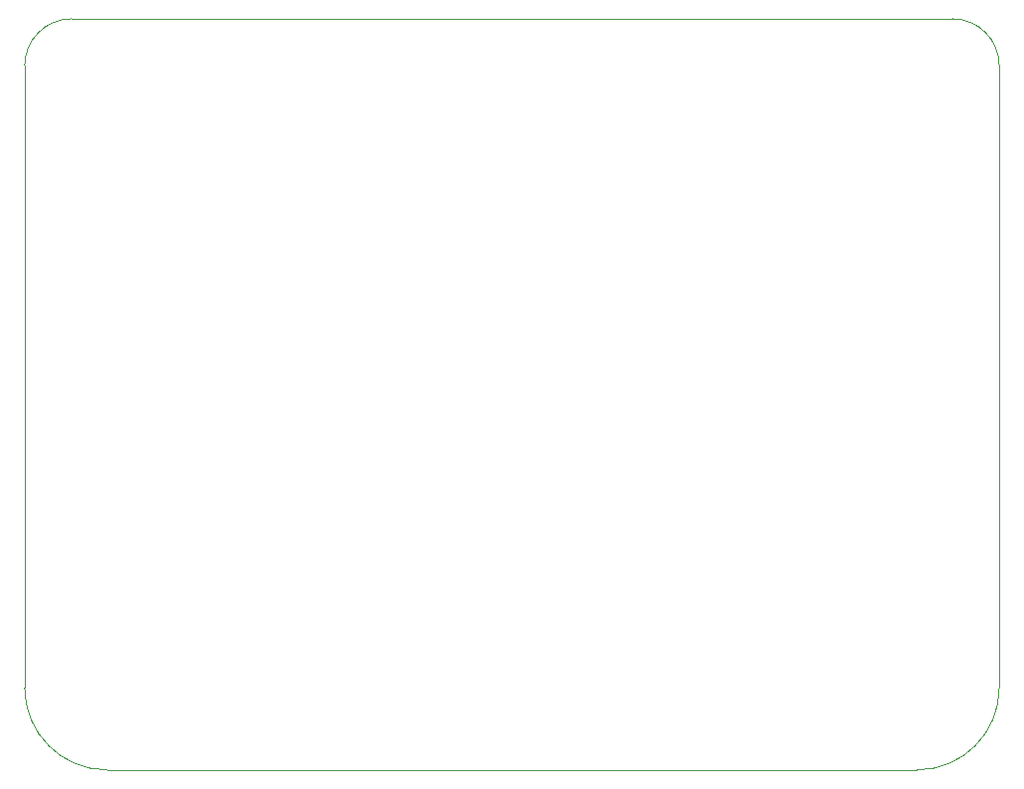
<source format=gm1>
G04 #@! TF.GenerationSoftware,KiCad,Pcbnew,9.0.3*
G04 #@! TF.CreationDate,2025-07-11T17:18:18-05:00*
G04 #@! TF.ProjectId,Projects,50726f6a-6563-4747-932e-6b696361645f,11/07/2026*
G04 #@! TF.SameCoordinates,Original*
G04 #@! TF.FileFunction,Profile,NP*
%FSLAX46Y46*%
G04 Gerber Fmt 4.6, Leading zero omitted, Abs format (unit mm)*
G04 Created by KiCad (PCBNEW 9.0.3) date 2025-07-11 17:18:18*
%MOMM*%
%LPD*%
G01*
G04 APERTURE LIST*
G04 #@! TA.AperFunction,Profile*
%ADD10C,0.050000*%
G04 #@! TD*
G04 APERTURE END LIST*
D10*
X132000000Y-55000000D02*
G75*
G02*
X136000000Y-59000000I0J-4000000D01*
G01*
X53000000Y-59000000D02*
G75*
G02*
X57000000Y-55000000I4000000J0D01*
G01*
X53000000Y-59000000D02*
X53000000Y-112000000D01*
X60000000Y-119000000D02*
G75*
G02*
X53000000Y-112000000I0J7000000D01*
G01*
X136000000Y-59000000D02*
X136000000Y-112000000D01*
X57000000Y-55000000D02*
X132000000Y-55000000D01*
X136000000Y-112000000D02*
G75*
G02*
X129000000Y-119000000I-7000000J0D01*
G01*
X60000000Y-119000000D02*
X129000000Y-119000000D01*
M02*

</source>
